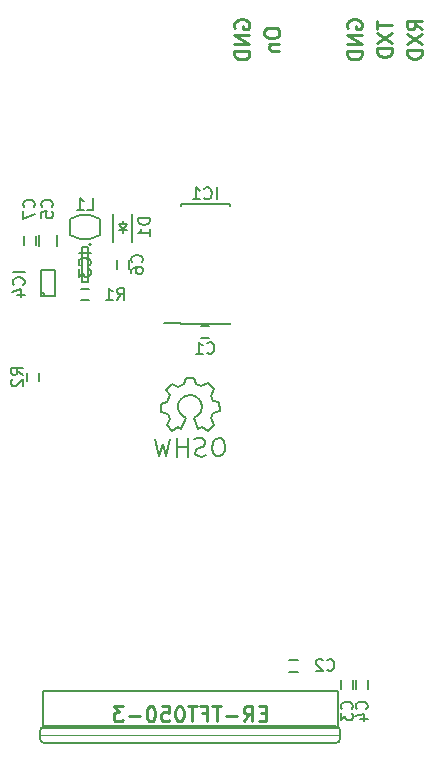
<source format=gbo>
G04 #@! TF.FileFunction,Legend,Bot*
%FSLAX46Y46*%
G04 Gerber Fmt 4.6, Leading zero omitted, Abs format (unit mm)*
G04 Created by KiCad (PCBNEW Rev-6964-Dev Build) date Fri Sep  2 16:35:00 2016*
%MOMM*%
%LPD*%
G01*
G04 APERTURE LIST*
%ADD10C,0.100000*%
%ADD11C,0.254000*%
%ADD12C,0.150000*%
G04 APERTURE END LIST*
D10*
D11*
X101539523Y-41849523D02*
X101539523Y-42091428D01*
X101600000Y-42212380D01*
X101720952Y-42333333D01*
X101962857Y-42393809D01*
X102386190Y-42393809D01*
X102628095Y-42333333D01*
X102749047Y-42212380D01*
X102809523Y-42091428D01*
X102809523Y-41849523D01*
X102749047Y-41728571D01*
X102628095Y-41607619D01*
X102386190Y-41547142D01*
X101962857Y-41547142D01*
X101720952Y-41607619D01*
X101600000Y-41728571D01*
X101539523Y-41849523D01*
X101962857Y-42938095D02*
X102809523Y-42938095D01*
X102083809Y-42938095D02*
X102023333Y-42998571D01*
X101962857Y-43119523D01*
X101962857Y-43300952D01*
X102023333Y-43421904D01*
X102144285Y-43482380D01*
X102809523Y-43482380D01*
X99060000Y-41577380D02*
X98999523Y-41456428D01*
X98999523Y-41275000D01*
X99060000Y-41093571D01*
X99180952Y-40972619D01*
X99301904Y-40912142D01*
X99543809Y-40851666D01*
X99725238Y-40851666D01*
X99967142Y-40912142D01*
X100088095Y-40972619D01*
X100209047Y-41093571D01*
X100269523Y-41275000D01*
X100269523Y-41395952D01*
X100209047Y-41577380D01*
X100148571Y-41637857D01*
X99725238Y-41637857D01*
X99725238Y-41395952D01*
X100269523Y-42182142D02*
X98999523Y-42182142D01*
X100269523Y-42907857D01*
X98999523Y-42907857D01*
X100269523Y-43512619D02*
X98999523Y-43512619D01*
X98999523Y-43815000D01*
X99060000Y-43996428D01*
X99180952Y-44117380D01*
X99301904Y-44177857D01*
X99543809Y-44238333D01*
X99725238Y-44238333D01*
X99967142Y-44177857D01*
X100088095Y-44117380D01*
X100209047Y-43996428D01*
X100269523Y-43815000D01*
X100269523Y-43512619D01*
X114874523Y-41698333D02*
X114269761Y-41275000D01*
X114874523Y-40972619D02*
X113604523Y-40972619D01*
X113604523Y-41456428D01*
X113665000Y-41577380D01*
X113725476Y-41637857D01*
X113846428Y-41698333D01*
X114027857Y-41698333D01*
X114148809Y-41637857D01*
X114209285Y-41577380D01*
X114269761Y-41456428D01*
X114269761Y-40972619D01*
X113604523Y-42121666D02*
X114874523Y-42968333D01*
X113604523Y-42968333D02*
X114874523Y-42121666D01*
X114874523Y-43452142D02*
X113604523Y-43452142D01*
X113604523Y-43754523D01*
X113665000Y-43935952D01*
X113785952Y-44056904D01*
X113906904Y-44117380D01*
X114148809Y-44177857D01*
X114330238Y-44177857D01*
X114572142Y-44117380D01*
X114693095Y-44056904D01*
X114814047Y-43935952D01*
X114874523Y-43754523D01*
X114874523Y-43452142D01*
X111064523Y-40942380D02*
X111064523Y-41668095D01*
X112334523Y-41305238D02*
X111064523Y-41305238D01*
X111064523Y-41970476D02*
X112334523Y-42817142D01*
X111064523Y-42817142D02*
X112334523Y-41970476D01*
X112334523Y-43300952D02*
X111064523Y-43300952D01*
X111064523Y-43603333D01*
X111125000Y-43784761D01*
X111245952Y-43905714D01*
X111366904Y-43966190D01*
X111608809Y-44026666D01*
X111790238Y-44026666D01*
X112032142Y-43966190D01*
X112153095Y-43905714D01*
X112274047Y-43784761D01*
X112334523Y-43603333D01*
X112334523Y-43300952D01*
X108585000Y-41577380D02*
X108524523Y-41456428D01*
X108524523Y-41275000D01*
X108585000Y-41093571D01*
X108705952Y-40972619D01*
X108826904Y-40912142D01*
X109068809Y-40851666D01*
X109250238Y-40851666D01*
X109492142Y-40912142D01*
X109613095Y-40972619D01*
X109734047Y-41093571D01*
X109794523Y-41275000D01*
X109794523Y-41395952D01*
X109734047Y-41577380D01*
X109673571Y-41637857D01*
X109250238Y-41637857D01*
X109250238Y-41395952D01*
X109794523Y-42182142D02*
X108524523Y-42182142D01*
X109794523Y-42907857D01*
X108524523Y-42907857D01*
X109794523Y-43512619D02*
X108524523Y-43512619D01*
X108524523Y-43815000D01*
X108585000Y-43996428D01*
X108705952Y-44117380D01*
X108826904Y-44177857D01*
X109068809Y-44238333D01*
X109250238Y-44238333D01*
X109492142Y-44177857D01*
X109613095Y-44117380D01*
X109734047Y-43996428D01*
X109794523Y-43815000D01*
X109794523Y-43512619D01*
X101660476Y-99604285D02*
X101237142Y-99604285D01*
X101055714Y-100269523D02*
X101660476Y-100269523D01*
X101660476Y-98999523D01*
X101055714Y-98999523D01*
X99785714Y-100269523D02*
X100209047Y-99664761D01*
X100511428Y-100269523D02*
X100511428Y-98999523D01*
X100027619Y-98999523D01*
X99906666Y-99060000D01*
X99846190Y-99120476D01*
X99785714Y-99241428D01*
X99785714Y-99422857D01*
X99846190Y-99543809D01*
X99906666Y-99604285D01*
X100027619Y-99664761D01*
X100511428Y-99664761D01*
X99241428Y-99785714D02*
X98273809Y-99785714D01*
X97850476Y-98999523D02*
X97124761Y-98999523D01*
X97487619Y-100269523D02*
X97487619Y-98999523D01*
X96278095Y-99604285D02*
X96701428Y-99604285D01*
X96701428Y-100269523D02*
X96701428Y-98999523D01*
X96096666Y-98999523D01*
X95794285Y-98999523D02*
X95068571Y-98999523D01*
X95431428Y-100269523D02*
X95431428Y-98999523D01*
X94403333Y-98999523D02*
X94282380Y-98999523D01*
X94161428Y-99060000D01*
X94100952Y-99120476D01*
X94040476Y-99241428D01*
X93980000Y-99483333D01*
X93980000Y-99785714D01*
X94040476Y-100027619D01*
X94100952Y-100148571D01*
X94161428Y-100209047D01*
X94282380Y-100269523D01*
X94403333Y-100269523D01*
X94524285Y-100209047D01*
X94584761Y-100148571D01*
X94645238Y-100027619D01*
X94705714Y-99785714D01*
X94705714Y-99483333D01*
X94645238Y-99241428D01*
X94584761Y-99120476D01*
X94524285Y-99060000D01*
X94403333Y-98999523D01*
X92830952Y-98999523D02*
X93435714Y-98999523D01*
X93496190Y-99604285D01*
X93435714Y-99543809D01*
X93314761Y-99483333D01*
X93012380Y-99483333D01*
X92891428Y-99543809D01*
X92830952Y-99604285D01*
X92770476Y-99725238D01*
X92770476Y-100027619D01*
X92830952Y-100148571D01*
X92891428Y-100209047D01*
X93012380Y-100269523D01*
X93314761Y-100269523D01*
X93435714Y-100209047D01*
X93496190Y-100148571D01*
X91984285Y-98999523D02*
X91863333Y-98999523D01*
X91742380Y-99060000D01*
X91681904Y-99120476D01*
X91621428Y-99241428D01*
X91560952Y-99483333D01*
X91560952Y-99785714D01*
X91621428Y-100027619D01*
X91681904Y-100148571D01*
X91742380Y-100209047D01*
X91863333Y-100269523D01*
X91984285Y-100269523D01*
X92105238Y-100209047D01*
X92165714Y-100148571D01*
X92226190Y-100027619D01*
X92286666Y-99785714D01*
X92286666Y-99483333D01*
X92226190Y-99241428D01*
X92165714Y-99120476D01*
X92105238Y-99060000D01*
X91984285Y-98999523D01*
X91016666Y-99785714D02*
X90049047Y-99785714D01*
X89565238Y-98999523D02*
X88779047Y-98999523D01*
X89202380Y-99483333D01*
X89020952Y-99483333D01*
X88900000Y-99543809D01*
X88839523Y-99604285D01*
X88779047Y-99725238D01*
X88779047Y-100027619D01*
X88839523Y-100148571D01*
X88900000Y-100209047D01*
X89020952Y-100269523D01*
X89383809Y-100269523D01*
X89504761Y-100209047D01*
X89565238Y-100148571D01*
D12*
X107950000Y-101760000D02*
G75*
G02X107600000Y-102110000I-350000J0D01*
G01*
X82550000Y-101060000D02*
X82550000Y-101760000D01*
X107600000Y-100710000D02*
X82900000Y-100710000D01*
X107950000Y-101760000D02*
X107950000Y-101060000D01*
X107600000Y-102110000D02*
X82900000Y-102110000D01*
D10*
X107950000Y-101410000D02*
X82550000Y-101410000D01*
D12*
X82750000Y-100810000D02*
X107750000Y-100810000D01*
X82750000Y-97710000D02*
X82750000Y-100810000D01*
X107750000Y-97710000D02*
X107750000Y-100810000D01*
X107750000Y-97710000D02*
X82750000Y-97710000D01*
X82900000Y-102110000D02*
G75*
G02X82550000Y-101760000I0J350000D01*
G01*
X82550000Y-101060000D02*
G75*
G02X82900000Y-100710000I350000J0D01*
G01*
X107600000Y-100710000D02*
G75*
G02X107950000Y-101060000I0J-350000D01*
G01*
X96870000Y-66810000D02*
X96170000Y-66810000D01*
X96170000Y-67810000D02*
X96870000Y-67810000D01*
X104350000Y-95060000D02*
X103650000Y-95060000D01*
X103650000Y-96060000D02*
X104350000Y-96060000D01*
X108060000Y-96805000D02*
X108060000Y-97505000D01*
X109060000Y-97505000D02*
X109060000Y-96805000D01*
X109310000Y-96805000D02*
X109310000Y-97505000D01*
X110310000Y-97505000D02*
X110310000Y-96805000D01*
X94445000Y-66670000D02*
X94445000Y-66565000D01*
X98595000Y-66670000D02*
X98595000Y-66565000D01*
X98595000Y-56520000D02*
X98595000Y-56625000D01*
X94445000Y-56520000D02*
X94445000Y-56625000D01*
X94445000Y-66670000D02*
X98595000Y-66670000D01*
X94445000Y-56520000D02*
X98595000Y-56520000D01*
X94445000Y-66565000D02*
X93070000Y-66565000D01*
X81161000Y-59213000D02*
X81161000Y-59913000D01*
X82161000Y-59913000D02*
X82161000Y-59213000D01*
X86860000Y-59895000D02*
G75*
G03X86860000Y-59895000I-100000J0D01*
G01*
X86110000Y-60145000D02*
X86610000Y-60145000D01*
X86110000Y-63045000D02*
X86110000Y-60145000D01*
X86610000Y-63045000D02*
X86110000Y-63045000D01*
X86610000Y-60145000D02*
X86610000Y-63045000D01*
X85110000Y-57770000D02*
X85960000Y-57420000D01*
X87610000Y-57770000D02*
X86760000Y-57420000D01*
X86760000Y-59420000D02*
X87610000Y-59070000D01*
X85110000Y-59070000D02*
X85960000Y-59420000D01*
X86760000Y-59420000D02*
X85960000Y-59420000D01*
X87610000Y-57770000D02*
X87610000Y-59070000D01*
X85960000Y-57420000D02*
X86760000Y-57420000D01*
X85110000Y-59070000D02*
X85110000Y-57770000D01*
X86710000Y-63635000D02*
X86010000Y-63635000D01*
X86010000Y-64635000D02*
X86710000Y-64635000D01*
X82415000Y-71470000D02*
X82415000Y-70770000D01*
X81415000Y-70770000D02*
X81415000Y-71470000D01*
X82885000Y-64305400D02*
X82885000Y-64005400D01*
X82885000Y-64005400D02*
X82585000Y-64005400D01*
X83785000Y-62105400D02*
X83785000Y-64305400D01*
X83785000Y-64305400D02*
X82585000Y-64305400D01*
X82585000Y-64305400D02*
X82585000Y-62105400D01*
X82585000Y-62105400D02*
X83785000Y-62105400D01*
X82435000Y-60070000D02*
X82435000Y-59070000D01*
X83935000Y-59070000D02*
X83935000Y-60070000D01*
X89035000Y-61245000D02*
X89035000Y-61945000D01*
X90035000Y-61945000D02*
X90035000Y-61245000D01*
X89535000Y-58170000D02*
X89535000Y-57920000D01*
X89535000Y-58670000D02*
X89535000Y-58920000D01*
X89535000Y-58670000D02*
X89885000Y-58170000D01*
X89885000Y-58170000D02*
X89185000Y-58170000D01*
X89185000Y-58170000D02*
X89535000Y-58670000D01*
X89885000Y-58670000D02*
X89185000Y-58670000D01*
X88735000Y-59720000D02*
X88735000Y-57320000D01*
X90335000Y-59720000D02*
X90335000Y-57320000D01*
X93581220Y-76349860D02*
X93220540Y-77820520D01*
X93220540Y-77820520D02*
X92941140Y-76758800D01*
X92941140Y-76758800D02*
X92631260Y-77830680D01*
X92631260Y-77830680D02*
X92290900Y-76380340D01*
X95001080Y-77040740D02*
X94211140Y-77030580D01*
X94211140Y-77030580D02*
X94200980Y-77040740D01*
X94200980Y-77040740D02*
X94200980Y-77030580D01*
X94160340Y-76319380D02*
X94160340Y-77861160D01*
X95049340Y-76309220D02*
X95049340Y-77878940D01*
X95049340Y-77878940D02*
X95039180Y-77868780D01*
X95600520Y-76410820D02*
X95951040Y-76329540D01*
X95951040Y-76329540D02*
X96271080Y-76319380D01*
X96271080Y-76319380D02*
X96509840Y-76520040D01*
X96509840Y-76520040D02*
X96540320Y-76789280D01*
X96540320Y-76789280D02*
X96299020Y-77030580D01*
X96299020Y-77030580D02*
X95910400Y-77160120D01*
X95910400Y-77160120D02*
X95730060Y-77320140D01*
X95730060Y-77320140D02*
X95689420Y-77619860D01*
X95689420Y-77619860D02*
X95920560Y-77840840D01*
X95920560Y-77840840D02*
X96240600Y-77868780D01*
X96240600Y-77868780D02*
X96591120Y-77759560D01*
X97629980Y-76309220D02*
X97878900Y-76329540D01*
X97878900Y-76329540D02*
X98120200Y-76570840D01*
X98120200Y-76570840D02*
X98209100Y-77061060D01*
X98209100Y-77061060D02*
X98181160Y-77409040D01*
X98181160Y-77409040D02*
X97980500Y-77729080D01*
X97980500Y-77729080D02*
X97729040Y-77851000D01*
X97729040Y-77851000D02*
X97419160Y-77779880D01*
X97419160Y-77779880D02*
X97200720Y-77599540D01*
X97200720Y-77599540D02*
X97129600Y-77139800D01*
X97129600Y-77139800D02*
X97180400Y-76730860D01*
X97180400Y-76730860D02*
X97289620Y-76448920D01*
X97289620Y-76448920D02*
X97650300Y-76319380D01*
X97030540Y-74589640D02*
X97289620Y-75150980D01*
X97289620Y-75150980D02*
X96751140Y-75669140D01*
X96751140Y-75669140D02*
X96230440Y-75399900D01*
X96230440Y-75399900D02*
X95951040Y-75559920D01*
X94510860Y-75539600D02*
X94180660Y-75349100D01*
X94180660Y-75349100D02*
X93741240Y-75679300D01*
X93741240Y-75679300D02*
X93268800Y-75189080D01*
X93268800Y-75189080D02*
X93550740Y-74709020D01*
X93550740Y-74709020D02*
X93360240Y-74239120D01*
X93360240Y-74239120D02*
X92750640Y-74051160D01*
X92750640Y-74051160D02*
X92750640Y-73370440D01*
X92750640Y-73370440D02*
X93309440Y-73230740D01*
X93309440Y-73230740D02*
X93510100Y-72659240D01*
X93510100Y-72659240D02*
X93240860Y-72189340D01*
X93240860Y-72189340D02*
X93710760Y-71678800D01*
X93710760Y-71678800D02*
X94228920Y-71940420D01*
X94228920Y-71940420D02*
X94698820Y-71739760D01*
X94698820Y-71739760D02*
X94869000Y-71198740D01*
X94869000Y-71198740D02*
X95559880Y-71180960D01*
X95559880Y-71180960D02*
X95770700Y-71729600D01*
X95770700Y-71729600D02*
X96189800Y-71899780D01*
X96189800Y-71899780D02*
X96740980Y-71630540D01*
X96740980Y-71630540D02*
X97259140Y-72158860D01*
X97259140Y-72158860D02*
X97010220Y-72699880D01*
X97010220Y-72699880D02*
X97180400Y-73179940D01*
X97180400Y-73179940D02*
X97729040Y-73279000D01*
X97729040Y-73279000D02*
X97739200Y-73980040D01*
X97739200Y-73980040D02*
X97180400Y-74180700D01*
X97180400Y-74180700D02*
X97040700Y-74579480D01*
X94899480Y-74559160D02*
X94599760Y-74409300D01*
X94599760Y-74409300D02*
X94399100Y-74211180D01*
X94399100Y-74211180D02*
X94249240Y-73809860D01*
X94249240Y-73809860D02*
X94249240Y-73411080D01*
X94249240Y-73411080D02*
X94399100Y-73060560D01*
X94399100Y-73060560D02*
X94851220Y-72710040D01*
X94851220Y-72710040D02*
X95300800Y-72659240D01*
X95300800Y-72659240D02*
X95699580Y-72760840D01*
X95699580Y-72760840D02*
X96100900Y-73108820D01*
X96100900Y-73108820D02*
X96250760Y-73560940D01*
X96250760Y-73560940D02*
X96199960Y-74058780D01*
X96199960Y-74058780D02*
X95951040Y-74361040D01*
X95951040Y-74361040D02*
X95600520Y-74559160D01*
X95600520Y-74559160D02*
X95951040Y-75559920D01*
X94899480Y-74559160D02*
X94500700Y-75559920D01*
X96686666Y-69064142D02*
X96734285Y-69111761D01*
X96877142Y-69159380D01*
X96972380Y-69159380D01*
X97115238Y-69111761D01*
X97210476Y-69016523D01*
X97258095Y-68921285D01*
X97305714Y-68730809D01*
X97305714Y-68587952D01*
X97258095Y-68397476D01*
X97210476Y-68302238D01*
X97115238Y-68207000D01*
X96972380Y-68159380D01*
X96877142Y-68159380D01*
X96734285Y-68207000D01*
X96686666Y-68254619D01*
X95734285Y-69159380D02*
X96305714Y-69159380D01*
X96020000Y-69159380D02*
X96020000Y-68159380D01*
X96115238Y-68302238D01*
X96210476Y-68397476D01*
X96305714Y-68445095D01*
X106846666Y-95917142D02*
X106894285Y-95964761D01*
X107037142Y-96012380D01*
X107132380Y-96012380D01*
X107275238Y-95964761D01*
X107370476Y-95869523D01*
X107418095Y-95774285D01*
X107465714Y-95583809D01*
X107465714Y-95440952D01*
X107418095Y-95250476D01*
X107370476Y-95155238D01*
X107275238Y-95060000D01*
X107132380Y-95012380D01*
X107037142Y-95012380D01*
X106894285Y-95060000D01*
X106846666Y-95107619D01*
X106465714Y-95107619D02*
X106418095Y-95060000D01*
X106322857Y-95012380D01*
X106084761Y-95012380D01*
X105989523Y-95060000D01*
X105941904Y-95107619D01*
X105894285Y-95202857D01*
X105894285Y-95298095D01*
X105941904Y-95440952D01*
X106513333Y-96012380D01*
X105894285Y-96012380D01*
X108917142Y-99238333D02*
X108964761Y-99190714D01*
X109012380Y-99047857D01*
X109012380Y-98952619D01*
X108964761Y-98809761D01*
X108869523Y-98714523D01*
X108774285Y-98666904D01*
X108583809Y-98619285D01*
X108440952Y-98619285D01*
X108250476Y-98666904D01*
X108155238Y-98714523D01*
X108060000Y-98809761D01*
X108012380Y-98952619D01*
X108012380Y-99047857D01*
X108060000Y-99190714D01*
X108107619Y-99238333D01*
X108012380Y-99571666D02*
X108012380Y-100190714D01*
X108393333Y-99857380D01*
X108393333Y-100000238D01*
X108440952Y-100095476D01*
X108488571Y-100143095D01*
X108583809Y-100190714D01*
X108821904Y-100190714D01*
X108917142Y-100143095D01*
X108964761Y-100095476D01*
X109012380Y-100000238D01*
X109012380Y-99714523D01*
X108964761Y-99619285D01*
X108917142Y-99571666D01*
X110167142Y-99238333D02*
X110214761Y-99190714D01*
X110262380Y-99047857D01*
X110262380Y-98952619D01*
X110214761Y-98809761D01*
X110119523Y-98714523D01*
X110024285Y-98666904D01*
X109833809Y-98619285D01*
X109690952Y-98619285D01*
X109500476Y-98666904D01*
X109405238Y-98714523D01*
X109310000Y-98809761D01*
X109262380Y-98952619D01*
X109262380Y-99047857D01*
X109310000Y-99190714D01*
X109357619Y-99238333D01*
X109595714Y-100095476D02*
X110262380Y-100095476D01*
X109214761Y-99857380D02*
X109929047Y-99619285D01*
X109929047Y-100238333D01*
X97496190Y-56078380D02*
X97496190Y-55078380D01*
X96448571Y-55983142D02*
X96496190Y-56030761D01*
X96639047Y-56078380D01*
X96734285Y-56078380D01*
X96877142Y-56030761D01*
X96972380Y-55935523D01*
X97020000Y-55840285D01*
X97067619Y-55649809D01*
X97067619Y-55506952D01*
X97020000Y-55316476D01*
X96972380Y-55221238D01*
X96877142Y-55126000D01*
X96734285Y-55078380D01*
X96639047Y-55078380D01*
X96496190Y-55126000D01*
X96448571Y-55173619D01*
X95496190Y-56078380D02*
X96067619Y-56078380D01*
X95781904Y-56078380D02*
X95781904Y-55078380D01*
X95877142Y-55221238D01*
X95972380Y-55316476D01*
X96067619Y-55364095D01*
X82018142Y-56729333D02*
X82065761Y-56681714D01*
X82113380Y-56538857D01*
X82113380Y-56443619D01*
X82065761Y-56300761D01*
X81970523Y-56205523D01*
X81875285Y-56157904D01*
X81684809Y-56110285D01*
X81541952Y-56110285D01*
X81351476Y-56157904D01*
X81256238Y-56205523D01*
X81161000Y-56300761D01*
X81113380Y-56443619D01*
X81113380Y-56538857D01*
X81161000Y-56681714D01*
X81208619Y-56729333D01*
X81113380Y-57062666D02*
X81113380Y-57729333D01*
X82113380Y-57300761D01*
X86812380Y-60618809D02*
X85812380Y-60618809D01*
X86717142Y-61666428D02*
X86764761Y-61618809D01*
X86812380Y-61475952D01*
X86812380Y-61380714D01*
X86764761Y-61237857D01*
X86669523Y-61142619D01*
X86574285Y-61095000D01*
X86383809Y-61047380D01*
X86240952Y-61047380D01*
X86050476Y-61095000D01*
X85955238Y-61142619D01*
X85860000Y-61237857D01*
X85812380Y-61380714D01*
X85812380Y-61475952D01*
X85860000Y-61618809D01*
X85907619Y-61666428D01*
X85812380Y-61999761D02*
X85812380Y-62618809D01*
X86193333Y-62285476D01*
X86193333Y-62428333D01*
X86240952Y-62523571D01*
X86288571Y-62571190D01*
X86383809Y-62618809D01*
X86621904Y-62618809D01*
X86717142Y-62571190D01*
X86764761Y-62523571D01*
X86812380Y-62428333D01*
X86812380Y-62142619D01*
X86764761Y-62047380D01*
X86717142Y-61999761D01*
X86526666Y-56967380D02*
X87002857Y-56967380D01*
X87002857Y-55967380D01*
X85669523Y-56967380D02*
X86240952Y-56967380D01*
X85955238Y-56967380D02*
X85955238Y-55967380D01*
X86050476Y-56110238D01*
X86145714Y-56205476D01*
X86240952Y-56253095D01*
X89066666Y-64587380D02*
X89400000Y-64111190D01*
X89638095Y-64587380D02*
X89638095Y-63587380D01*
X89257142Y-63587380D01*
X89161904Y-63635000D01*
X89114285Y-63682619D01*
X89066666Y-63777857D01*
X89066666Y-63920714D01*
X89114285Y-64015952D01*
X89161904Y-64063571D01*
X89257142Y-64111190D01*
X89638095Y-64111190D01*
X88114285Y-64587380D02*
X88685714Y-64587380D01*
X88400000Y-64587380D02*
X88400000Y-63587380D01*
X88495238Y-63730238D01*
X88590476Y-63825476D01*
X88685714Y-63873095D01*
X81097380Y-70953333D02*
X80621190Y-70620000D01*
X81097380Y-70381904D02*
X80097380Y-70381904D01*
X80097380Y-70762857D01*
X80145000Y-70858095D01*
X80192619Y-70905714D01*
X80287857Y-70953333D01*
X80430714Y-70953333D01*
X80525952Y-70905714D01*
X80573571Y-70858095D01*
X80621190Y-70762857D01*
X80621190Y-70381904D01*
X80192619Y-71334285D02*
X80145000Y-71381904D01*
X80097380Y-71477142D01*
X80097380Y-71715238D01*
X80145000Y-71810476D01*
X80192619Y-71858095D01*
X80287857Y-71905714D01*
X80383095Y-71905714D01*
X80525952Y-71858095D01*
X81097380Y-71286666D01*
X81097380Y-71905714D01*
X81224380Y-62269809D02*
X80224380Y-62269809D01*
X81129142Y-63317428D02*
X81176761Y-63269809D01*
X81224380Y-63126952D01*
X81224380Y-63031714D01*
X81176761Y-62888857D01*
X81081523Y-62793619D01*
X80986285Y-62746000D01*
X80795809Y-62698380D01*
X80652952Y-62698380D01*
X80462476Y-62746000D01*
X80367238Y-62793619D01*
X80272000Y-62888857D01*
X80224380Y-63031714D01*
X80224380Y-63126952D01*
X80272000Y-63269809D01*
X80319619Y-63317428D01*
X80557714Y-64174571D02*
X81224380Y-64174571D01*
X80176761Y-63936476D02*
X80891047Y-63698380D01*
X80891047Y-64317428D01*
X83542142Y-56729333D02*
X83589761Y-56681714D01*
X83637380Y-56538857D01*
X83637380Y-56443619D01*
X83589761Y-56300761D01*
X83494523Y-56205523D01*
X83399285Y-56157904D01*
X83208809Y-56110285D01*
X83065952Y-56110285D01*
X82875476Y-56157904D01*
X82780238Y-56205523D01*
X82685000Y-56300761D01*
X82637380Y-56443619D01*
X82637380Y-56538857D01*
X82685000Y-56681714D01*
X82732619Y-56729333D01*
X82637380Y-57634095D02*
X82637380Y-57157904D01*
X83113571Y-57110285D01*
X83065952Y-57157904D01*
X83018333Y-57253142D01*
X83018333Y-57491238D01*
X83065952Y-57586476D01*
X83113571Y-57634095D01*
X83208809Y-57681714D01*
X83446904Y-57681714D01*
X83542142Y-57634095D01*
X83589761Y-57586476D01*
X83637380Y-57491238D01*
X83637380Y-57253142D01*
X83589761Y-57157904D01*
X83542142Y-57110285D01*
X91162142Y-61428333D02*
X91209761Y-61380714D01*
X91257380Y-61237857D01*
X91257380Y-61142619D01*
X91209761Y-60999761D01*
X91114523Y-60904523D01*
X91019285Y-60856904D01*
X90828809Y-60809285D01*
X90685952Y-60809285D01*
X90495476Y-60856904D01*
X90400238Y-60904523D01*
X90305000Y-60999761D01*
X90257380Y-61142619D01*
X90257380Y-61237857D01*
X90305000Y-61380714D01*
X90352619Y-61428333D01*
X90257380Y-62285476D02*
X90257380Y-62095000D01*
X90305000Y-61999761D01*
X90352619Y-61952142D01*
X90495476Y-61856904D01*
X90685952Y-61809285D01*
X91066904Y-61809285D01*
X91162142Y-61856904D01*
X91209761Y-61904523D01*
X91257380Y-61999761D01*
X91257380Y-62190238D01*
X91209761Y-62285476D01*
X91162142Y-62333095D01*
X91066904Y-62380714D01*
X90828809Y-62380714D01*
X90733571Y-62333095D01*
X90685952Y-62285476D01*
X90638333Y-62190238D01*
X90638333Y-61999761D01*
X90685952Y-61904523D01*
X90733571Y-61856904D01*
X90828809Y-61809285D01*
X91837380Y-57681904D02*
X90837380Y-57681904D01*
X90837380Y-57920000D01*
X90885000Y-58062857D01*
X90980238Y-58158095D01*
X91075476Y-58205714D01*
X91265952Y-58253333D01*
X91408809Y-58253333D01*
X91599285Y-58205714D01*
X91694523Y-58158095D01*
X91789761Y-58062857D01*
X91837380Y-57920000D01*
X91837380Y-57681904D01*
X91837380Y-59205714D02*
X91837380Y-58634285D01*
X91837380Y-58920000D02*
X90837380Y-58920000D01*
X90980238Y-58824761D01*
X91075476Y-58729523D01*
X91123095Y-58634285D01*
M02*

</source>
